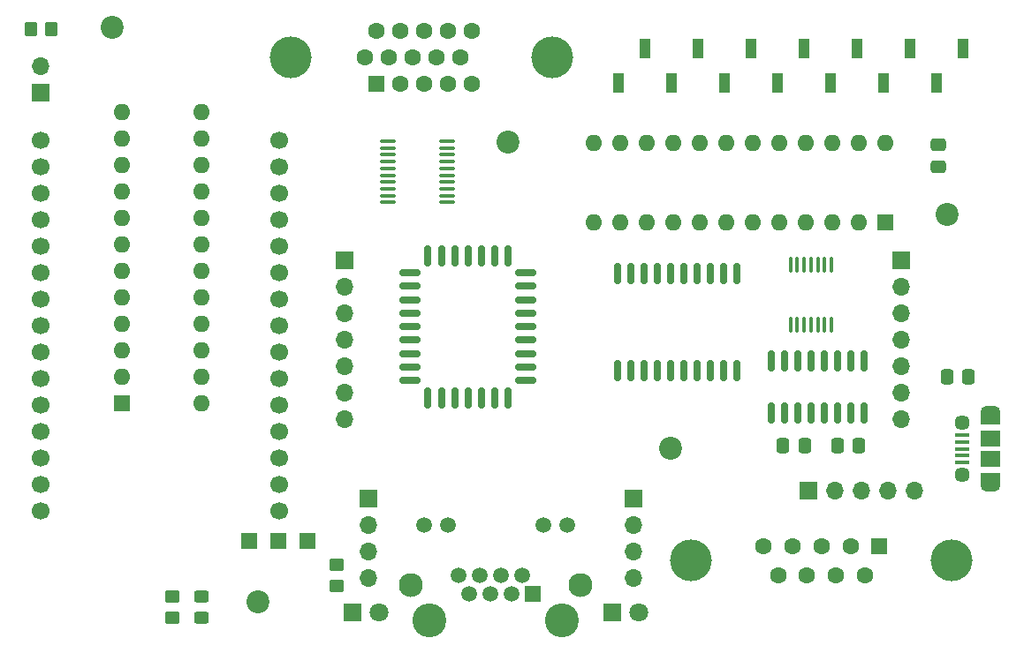
<source format=gbr>
%TF.GenerationSoftware,KiCad,Pcbnew,7.0.10*%
%TF.CreationDate,2024-02-26T12:00:29-08:00*%
%TF.ProjectId,vgaterm-bottom,76676174-6572-46d2-9d62-6f74746f6d2e,rev?*%
%TF.SameCoordinates,Original*%
%TF.FileFunction,Soldermask,Top*%
%TF.FilePolarity,Negative*%
%FSLAX46Y46*%
G04 Gerber Fmt 4.6, Leading zero omitted, Abs format (unit mm)*
G04 Created by KiCad (PCBNEW 7.0.10) date 2024-02-26 12:00:29*
%MOMM*%
%LPD*%
G01*
G04 APERTURE LIST*
G04 Aperture macros list*
%AMRoundRect*
0 Rectangle with rounded corners*
0 $1 Rounding radius*
0 $2 $3 $4 $5 $6 $7 $8 $9 X,Y pos of 4 corners*
0 Add a 4 corners polygon primitive as box body*
4,1,4,$2,$3,$4,$5,$6,$7,$8,$9,$2,$3,0*
0 Add four circle primitives for the rounded corners*
1,1,$1+$1,$2,$3*
1,1,$1+$1,$4,$5*
1,1,$1+$1,$6,$7*
1,1,$1+$1,$8,$9*
0 Add four rect primitives between the rounded corners*
20,1,$1+$1,$2,$3,$4,$5,0*
20,1,$1+$1,$4,$5,$6,$7,0*
20,1,$1+$1,$6,$7,$8,$9,0*
20,1,$1+$1,$8,$9,$2,$3,0*%
G04 Aperture macros list end*
%ADD10R,1.700000X1.700000*%
%ADD11O,1.700000X1.700000*%
%ADD12C,2.200000*%
%ADD13RoundRect,0.100000X0.100000X-0.637500X0.100000X0.637500X-0.100000X0.637500X-0.100000X-0.637500X0*%
%ADD14C,3.250000*%
%ADD15R,1.500000X1.500000*%
%ADD16C,1.500000*%
%ADD17C,2.300000*%
%ADD18RoundRect,0.250000X-0.450000X0.325000X-0.450000X-0.325000X0.450000X-0.325000X0.450000X0.325000X0*%
%ADD19RoundRect,0.250000X0.350000X0.450000X-0.350000X0.450000X-0.350000X-0.450000X0.350000X-0.450000X0*%
%ADD20RoundRect,0.250000X-0.337500X-0.475000X0.337500X-0.475000X0.337500X0.475000X-0.337500X0.475000X0*%
%ADD21C,4.000000*%
%ADD22R,1.600000X1.600000*%
%ADD23C,1.600000*%
%ADD24RoundRect,0.250000X-0.450000X0.350000X-0.450000X-0.350000X0.450000X-0.350000X0.450000X0.350000X0*%
%ADD25RoundRect,0.250000X0.337500X0.475000X-0.337500X0.475000X-0.337500X-0.475000X0.337500X-0.475000X0*%
%ADD26R,1.800000X1.800000*%
%ADD27C,1.800000*%
%ADD28RoundRect,0.162500X-0.162500X-0.837500X0.162500X-0.837500X0.162500X0.837500X-0.162500X0.837500X0*%
%ADD29RoundRect,0.162500X-0.837500X-0.162500X0.837500X-0.162500X0.837500X0.162500X-0.837500X0.162500X0*%
%ADD30R,1.350000X0.400000*%
%ADD31O,1.900000X1.200000*%
%ADD32R,1.900000X1.200000*%
%ADD33C,1.450000*%
%ADD34R,1.900000X1.500000*%
%ADD35RoundRect,0.150000X0.150000X-0.825000X0.150000X0.825000X-0.150000X0.825000X-0.150000X-0.825000X0*%
%ADD36C,1.700000*%
%ADD37R,1.000000X1.900000*%
%ADD38RoundRect,0.100000X0.637500X0.100000X-0.637500X0.100000X-0.637500X-0.100000X0.637500X-0.100000X0*%
%ADD39RoundRect,0.250000X0.450000X-0.350000X0.450000X0.350000X-0.450000X0.350000X-0.450000X-0.350000X0*%
%ADD40RoundRect,0.150000X0.150000X-0.875000X0.150000X0.875000X-0.150000X0.875000X-0.150000X-0.875000X0*%
%ADD41RoundRect,0.250000X0.475000X-0.337500X0.475000X0.337500X-0.475000X0.337500X-0.475000X-0.337500X0*%
%ADD42O,1.600000X1.600000*%
G04 APERTURE END LIST*
D10*
%TO.C,J8*%
X157734000Y-125476000D03*
D11*
X160274000Y-125476000D03*
X162814000Y-125476000D03*
X165354000Y-125476000D03*
X167894000Y-125476000D03*
%TD*%
D12*
%TO.C,H4*%
X91000000Y-81000000D03*
%TD*%
D13*
%TO.C,U2*%
X156038000Y-109542500D03*
X156688000Y-109542500D03*
X157338000Y-109542500D03*
X157988000Y-109542500D03*
X158638000Y-109542500D03*
X159288000Y-109542500D03*
X159938000Y-109542500D03*
X159938000Y-103817500D03*
X159288000Y-103817500D03*
X158638000Y-103817500D03*
X157988000Y-103817500D03*
X157338000Y-103817500D03*
X156688000Y-103817500D03*
X156038000Y-103817500D03*
%TD*%
D14*
%TO.C,J4*%
X134108000Y-137922000D03*
X121408000Y-137922000D03*
D15*
X131318000Y-135382000D03*
D16*
X130302000Y-133602000D03*
X129286000Y-135382000D03*
X128270000Y-133602000D03*
X127254000Y-135382000D03*
X126238000Y-133602000D03*
X125222000Y-135382000D03*
X124206000Y-133602000D03*
X134618000Y-128782000D03*
X132328000Y-128782000D03*
X123188000Y-128782000D03*
X120898000Y-128782000D03*
D17*
X135888000Y-134492000D03*
X119628000Y-134492000D03*
%TD*%
D18*
%TO.C,D3*%
X99568000Y-135618000D03*
X99568000Y-137668000D03*
%TD*%
D19*
%TO.C,R5*%
X85217000Y-81153000D03*
X83217000Y-81153000D03*
%TD*%
D20*
%TO.C,C10*%
X171026000Y-114554000D03*
X173101000Y-114554000D03*
%TD*%
D12*
%TO.C,H1*%
X129000000Y-92000000D03*
%TD*%
D15*
%TO.C,Clk_{pixel}*%
X109728000Y-130302000D03*
%TD*%
D21*
%TO.C,J3*%
X146504000Y-132184000D03*
X171504000Y-132184000D03*
D22*
X164544000Y-130764000D03*
D23*
X161774000Y-130764000D03*
X159004000Y-130764000D03*
X156234000Y-130764000D03*
X153464000Y-130764000D03*
X163159000Y-133604000D03*
X160389000Y-133604000D03*
X157619000Y-133604000D03*
X154849000Y-133604000D03*
%TD*%
D12*
%TO.C,H3*%
X171000000Y-99000000D03*
%TD*%
D24*
%TO.C,R6*%
X96774000Y-135627000D03*
X96774000Y-137627000D03*
%TD*%
D25*
%TO.C,C1*%
X157374500Y-121158000D03*
X155299500Y-121158000D03*
%TD*%
D26*
%TO.C,D1*%
X114046000Y-137160000D03*
D27*
X116586000Y-137160000D03*
%TD*%
D28*
%TO.C,U7*%
X125133798Y-102905500D03*
X123854632Y-102905500D03*
X122575466Y-102905500D03*
X121296300Y-102905500D03*
D29*
X119558000Y-104563000D03*
X119558000Y-105854250D03*
X119558000Y-107145500D03*
X119558000Y-108436750D03*
X119558000Y-109728000D03*
X119558000Y-111019250D03*
X119558000Y-112310500D03*
X119558000Y-113601750D03*
X119558000Y-114893000D03*
D28*
X121296300Y-116580500D03*
X122575466Y-116580500D03*
X123854632Y-116580500D03*
X125133798Y-116580500D03*
X126412964Y-116580500D03*
X127692130Y-116580500D03*
X128971300Y-116580500D03*
D29*
X130683000Y-114893000D03*
X130683000Y-113601750D03*
X130683000Y-112310500D03*
X130683000Y-111019250D03*
X130683000Y-109728000D03*
X130683000Y-108436750D03*
X130683000Y-107145500D03*
X130683000Y-105854250D03*
X130683000Y-104563000D03*
D28*
X128971300Y-102905500D03*
X127692130Y-102905500D03*
X126412964Y-102905500D03*
%TD*%
D10*
%TO.C,J7*%
X166624000Y-103378000D03*
D11*
X166624000Y-105918000D03*
X166624000Y-108458000D03*
X166624000Y-110998000D03*
X166624000Y-113538000D03*
X166624000Y-116078000D03*
X166624000Y-118618000D03*
%TD*%
D26*
%TO.C,D2*%
X138938000Y-137160000D03*
D27*
X141478000Y-137160000D03*
%TD*%
D30*
%TO.C,J6*%
X172466000Y-122752000D03*
X172466000Y-122102000D03*
X172466000Y-121452000D03*
X172466000Y-120802000D03*
X172466000Y-120152000D03*
D31*
X175166000Y-124952000D03*
D32*
X175166000Y-124352000D03*
D33*
X172466000Y-123952000D03*
D34*
X175166000Y-122452000D03*
X175166000Y-120452000D03*
D33*
X172466000Y-118952000D03*
D32*
X175166000Y-118552000D03*
D31*
X175166000Y-117952000D03*
%TD*%
D35*
%TO.C,U1*%
X154178000Y-117980000D03*
X155448000Y-117980000D03*
X156718000Y-117980000D03*
X157988000Y-117980000D03*
X159258000Y-117980000D03*
X160528000Y-117980000D03*
X161798000Y-117980000D03*
X163068000Y-117980000D03*
X163068000Y-113030000D03*
X161798000Y-113030000D03*
X160528000Y-113030000D03*
X159258000Y-113030000D03*
X157988000Y-113030000D03*
X156718000Y-113030000D03*
X155448000Y-113030000D03*
X154178000Y-113030000D03*
%TD*%
D36*
%TO.C,U4*%
X84201000Y-91821000D03*
X84201000Y-94361000D03*
X84201000Y-96901000D03*
X84201000Y-99441000D03*
X84201000Y-101981000D03*
X84201000Y-104521000D03*
X84201000Y-107061000D03*
X84201000Y-109601000D03*
X84201000Y-112141000D03*
X84201000Y-114681000D03*
X84201000Y-117221000D03*
X84201000Y-119761000D03*
X84201000Y-122301000D03*
X84201000Y-124841000D03*
X84201000Y-127381000D03*
X107061000Y-127381000D03*
X107061000Y-124841000D03*
X107061000Y-122301000D03*
X107061000Y-119761000D03*
X107061000Y-117221000D03*
X107061000Y-114681000D03*
X107061000Y-112141000D03*
X107061000Y-109601000D03*
X107061000Y-107061000D03*
X107061000Y-104521000D03*
X107061000Y-101981000D03*
X107061000Y-99441000D03*
X107061000Y-96901000D03*
X107061000Y-94361000D03*
X107061000Y-91821000D03*
%TD*%
D15*
%TO.C,Vis*%
X104140000Y-130302000D03*
%TD*%
D12*
%TO.C,H2*%
X105000000Y-136144000D03*
%TD*%
D10*
%TO.C,J1*%
X115570000Y-126238000D03*
D11*
X115570000Y-128778000D03*
X115570000Y-131318000D03*
X115570000Y-133858000D03*
%TD*%
D37*
%TO.C,J10*%
X172593000Y-83058000D03*
X170053000Y-86358000D03*
X167513000Y-83058000D03*
X164973000Y-86358000D03*
X162433000Y-83058000D03*
X159893000Y-86358000D03*
X157353000Y-83058000D03*
X154813000Y-86358000D03*
X152273000Y-83058000D03*
X149733000Y-86358000D03*
X147193000Y-83058000D03*
X144653000Y-86358000D03*
X142113000Y-83058000D03*
X139573000Y-86358000D03*
%TD*%
D10*
%TO.C,J12*%
X84201000Y-87249000D03*
D11*
X84201000Y-84709000D03*
%TD*%
D15*
%TO.C,Clk*%
X106934000Y-130302000D03*
%TD*%
D38*
%TO.C,U6*%
X123131500Y-97794000D03*
X123131500Y-97144000D03*
X123131500Y-96494000D03*
X123131500Y-95844000D03*
X123131500Y-95194000D03*
X123131500Y-94544000D03*
X123131500Y-93894000D03*
X123131500Y-93244000D03*
X123131500Y-92594000D03*
X123131500Y-91944000D03*
X117406500Y-91944000D03*
X117406500Y-92594000D03*
X117406500Y-93244000D03*
X117406500Y-93894000D03*
X117406500Y-94544000D03*
X117406500Y-95194000D03*
X117406500Y-95844000D03*
X117406500Y-96494000D03*
X117406500Y-97144000D03*
X117406500Y-97794000D03*
%TD*%
D25*
%TO.C,C2*%
X162603000Y-121158000D03*
X160528000Y-121158000D03*
%TD*%
D39*
%TO.C,R3*%
X112522000Y-134588000D03*
X112522000Y-132588000D03*
%TD*%
D10*
%TO.C,J2*%
X140970000Y-126238000D03*
D11*
X140970000Y-128778000D03*
X140970000Y-131318000D03*
X140970000Y-133858000D03*
%TD*%
D10*
%TO.C,J9*%
X113284000Y-103378000D03*
D11*
X113284000Y-105918000D03*
X113284000Y-108458000D03*
X113284000Y-110998000D03*
X113284000Y-113538000D03*
X113284000Y-116078000D03*
X113284000Y-118618000D03*
%TD*%
D40*
%TO.C,U8*%
X139446000Y-113948000D03*
X140716000Y-113948000D03*
X141986000Y-113948000D03*
X143256000Y-113948000D03*
X144526000Y-113948000D03*
X145796000Y-113948000D03*
X147066000Y-113948000D03*
X148336000Y-113948000D03*
X149606000Y-113948000D03*
X150876000Y-113948000D03*
X150876000Y-104648000D03*
X149606000Y-104648000D03*
X148336000Y-104648000D03*
X147066000Y-104648000D03*
X145796000Y-104648000D03*
X144526000Y-104648000D03*
X143256000Y-104648000D03*
X141986000Y-104648000D03*
X140716000Y-104648000D03*
X139446000Y-104648000D03*
%TD*%
D41*
%TO.C,C9*%
X170180000Y-94382500D03*
X170180000Y-92307500D03*
%TD*%
D12*
%TO.C,H5*%
X144526000Y-121412000D03*
%TD*%
D21*
%TO.C,J5*%
X133165000Y-83885331D03*
X108165000Y-83885331D03*
D22*
X116350000Y-86445331D03*
D23*
X118640000Y-86445331D03*
X120930000Y-86445331D03*
X123220000Y-86445331D03*
X125510000Y-86445331D03*
X115205000Y-83905331D03*
X117495000Y-83905331D03*
X119785000Y-83905331D03*
X122075000Y-83905331D03*
X124365000Y-83905331D03*
X116350000Y-81365331D03*
X118640000Y-81365331D03*
X120930000Y-81365331D03*
X123220000Y-81365331D03*
X125510000Y-81365331D03*
%TD*%
D22*
%TO.C,U9*%
X165100000Y-99695000D03*
D42*
X162560000Y-99695000D03*
X160020000Y-99695000D03*
X157480000Y-99695000D03*
X154940000Y-99695000D03*
X152400000Y-99695000D03*
X149860000Y-99695000D03*
X147320000Y-99695000D03*
X144780000Y-99695000D03*
X142240000Y-99695000D03*
X139700000Y-99695000D03*
X137160000Y-99695000D03*
X137160000Y-92075000D03*
X139700000Y-92075000D03*
X142240000Y-92075000D03*
X144780000Y-92075000D03*
X147320000Y-92075000D03*
X149860000Y-92075000D03*
X152400000Y-92075000D03*
X154940000Y-92075000D03*
X157480000Y-92075000D03*
X160020000Y-92075000D03*
X162560000Y-92075000D03*
X165100000Y-92075000D03*
%TD*%
D22*
%TO.C,U5*%
X91948000Y-117094000D03*
D42*
X91948000Y-114554000D03*
X91948000Y-112014000D03*
X91948000Y-109474000D03*
X91948000Y-106934000D03*
X91948000Y-104394000D03*
X91948000Y-101854000D03*
X91948000Y-99314000D03*
X91948000Y-96774000D03*
X91948000Y-94234000D03*
X91948000Y-91694000D03*
X91948000Y-89154000D03*
X99568000Y-89154000D03*
X99568000Y-91694000D03*
X99568000Y-94234000D03*
X99568000Y-96774000D03*
X99568000Y-99314000D03*
X99568000Y-101854000D03*
X99568000Y-104394000D03*
X99568000Y-106934000D03*
X99568000Y-109474000D03*
X99568000Y-112014000D03*
X99568000Y-114554000D03*
X99568000Y-117094000D03*
%TD*%
M02*

</source>
